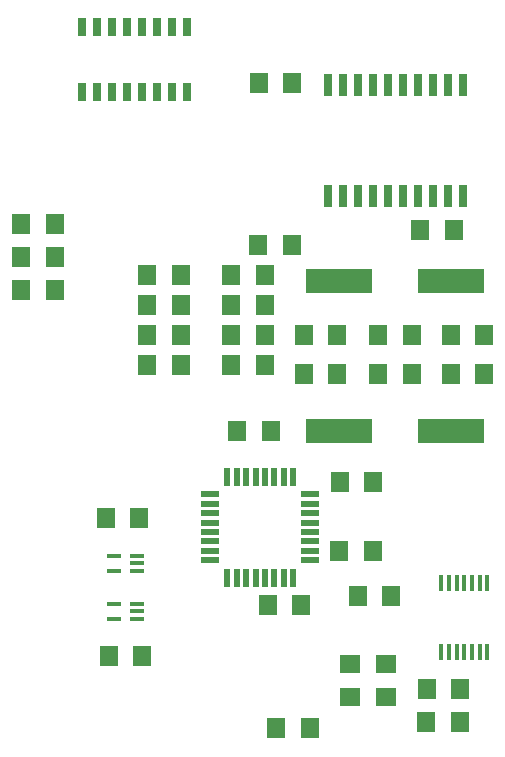
<source format=gbr>
G04 EAGLE Gerber RS-274X export*
G75*
%MOMM*%
%FSLAX34Y34*%
%LPD*%
%INSolderpaste Top*%
%IPPOS*%
%AMOC8*
5,1,8,0,0,1.08239X$1,22.5*%
G01*
%ADD10R,0.700000X1.925000*%
%ADD11R,0.450000X1.475000*%
%ADD12R,0.650000X1.575000*%
%ADD13R,1.200000X0.400000*%
%ADD14R,5.600000X2.100000*%
%ADD15R,1.600000X1.800000*%
%ADD16R,1.600000X1.803000*%
%ADD17R,0.600000X1.500000*%
%ADD18R,1.500000X0.600000*%
%ADD19R,1.803000X1.600000*%


D10*
X468630Y829180D03*
X481330Y829180D03*
X494030Y829180D03*
X506730Y829180D03*
X519430Y829180D03*
X532130Y829180D03*
X544830Y829180D03*
X557530Y829180D03*
X570230Y829180D03*
X582930Y829180D03*
X582930Y923420D03*
X570230Y923420D03*
X557530Y923420D03*
X544830Y923420D03*
X532130Y923420D03*
X519430Y923420D03*
X506730Y923420D03*
X494030Y923420D03*
X481330Y923420D03*
X468630Y923420D03*
D11*
X564700Y443060D03*
X571200Y443060D03*
X577700Y443060D03*
X584200Y443060D03*
X590700Y443060D03*
X597200Y443060D03*
X603700Y443060D03*
X603700Y501820D03*
X597200Y501820D03*
X590700Y501820D03*
X584200Y501820D03*
X577700Y501820D03*
X571200Y501820D03*
X564700Y501820D03*
D12*
X349250Y972260D03*
X336550Y972260D03*
X323850Y972260D03*
X311150Y972260D03*
X298450Y972260D03*
X285750Y972260D03*
X273050Y972260D03*
X260350Y972260D03*
X260350Y917500D03*
X273050Y917500D03*
X285750Y917500D03*
X298450Y917500D03*
X311150Y917500D03*
X323850Y917500D03*
X336550Y917500D03*
X349250Y917500D03*
D13*
X306680Y511660D03*
X306680Y518160D03*
X306680Y524660D03*
X287680Y524660D03*
X287680Y511660D03*
D14*
X478280Y756920D03*
X573280Y756920D03*
X573280Y629920D03*
X478280Y629920D03*
D15*
X438180Y924560D03*
X410180Y924560D03*
X522000Y490220D03*
X494000Y490220D03*
X476280Y711200D03*
X448280Y711200D03*
X572740Y711200D03*
X600740Y711200D03*
X572740Y678180D03*
X600740Y678180D03*
X476280Y678180D03*
X448280Y678180D03*
X283180Y439420D03*
X311180Y439420D03*
X417800Y482600D03*
X445800Y482600D03*
D13*
X306680Y471020D03*
X306680Y477520D03*
X306680Y484020D03*
X287680Y484020D03*
X287680Y471020D03*
D15*
X280640Y556260D03*
X308640Y556260D03*
D16*
X387100Y685800D03*
X415540Y685800D03*
X387100Y711200D03*
X415540Y711200D03*
X387100Y736600D03*
X415540Y736600D03*
X387100Y762000D03*
X415540Y762000D03*
X315980Y685800D03*
X344420Y685800D03*
X315980Y711200D03*
X344420Y711200D03*
X315980Y736600D03*
X344420Y736600D03*
X315980Y762000D03*
X344420Y762000D03*
X409960Y787400D03*
X438400Y787400D03*
X209300Y805180D03*
X237740Y805180D03*
X209300Y777240D03*
X237740Y777240D03*
X209300Y749300D03*
X237740Y749300D03*
X511560Y711200D03*
X540000Y711200D03*
X575560Y800100D03*
X547120Y800100D03*
X540000Y678180D03*
X511560Y678180D03*
X420620Y629920D03*
X392180Y629920D03*
D15*
X580420Y411480D03*
X552420Y411480D03*
D16*
X580640Y383540D03*
X552200Y383540D03*
D17*
X439480Y591140D03*
X431480Y591140D03*
X423480Y591140D03*
X415480Y591140D03*
X407480Y591140D03*
X399480Y591140D03*
X391480Y591140D03*
X383480Y591140D03*
D18*
X368980Y576640D03*
X368980Y568640D03*
X368980Y560640D03*
X368980Y552640D03*
X368980Y544640D03*
X368980Y536640D03*
X368980Y528640D03*
X368980Y520640D03*
D17*
X383480Y506140D03*
X391480Y506140D03*
X399480Y506140D03*
X407480Y506140D03*
X415480Y506140D03*
X423480Y506140D03*
X431480Y506140D03*
X439480Y506140D03*
D18*
X453980Y520640D03*
X453980Y528640D03*
X453980Y536640D03*
X453980Y544640D03*
X453980Y552640D03*
X453980Y560640D03*
X453980Y568640D03*
X453980Y576640D03*
D16*
X478540Y528320D03*
X506980Y528320D03*
D15*
X478760Y586740D03*
X506760Y586740D03*
D19*
X487680Y404880D03*
X487680Y433320D03*
X518160Y404880D03*
X518160Y433320D03*
D16*
X453640Y378460D03*
X425200Y378460D03*
M02*

</source>
